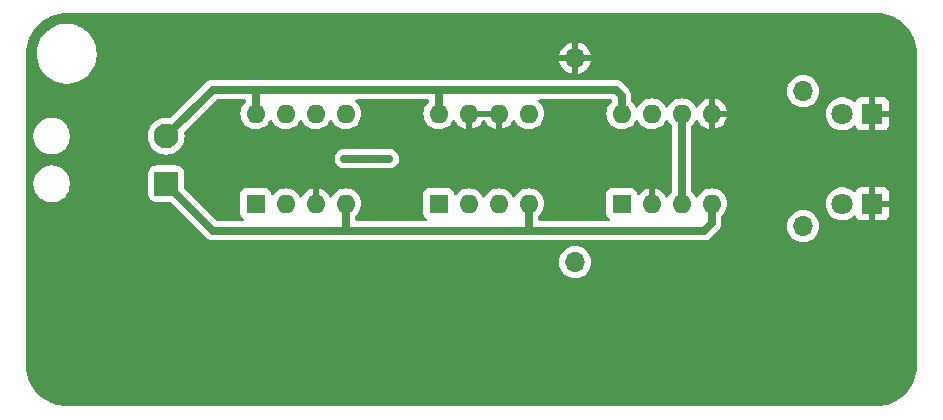
<source format=gbr>
%TF.GenerationSoftware,KiCad,Pcbnew,8.0.1-rc1*%
%TF.CreationDate,2024-07-22T16:01:23-05:00*%
%TF.ProjectId,Waveform_Blinky,57617665-666f-4726-9d5f-426c696e6b79,1.0*%
%TF.SameCoordinates,Original*%
%TF.FileFunction,Copper,L2,Bot*%
%TF.FilePolarity,Positive*%
%FSLAX46Y46*%
G04 Gerber Fmt 4.6, Leading zero omitted, Abs format (unit mm)*
G04 Created by KiCad (PCBNEW 8.0.1-rc1) date 2024-07-22 16:01:23*
%MOMM*%
%LPD*%
G01*
G04 APERTURE LIST*
G04 Aperture macros list*
%AMRoundRect*
0 Rectangle with rounded corners*
0 $1 Rounding radius*
0 $2 $3 $4 $5 $6 $7 $8 $9 X,Y pos of 4 corners*
0 Add a 4 corners polygon primitive as box body*
4,1,4,$2,$3,$4,$5,$6,$7,$8,$9,$2,$3,0*
0 Add four circle primitives for the rounded corners*
1,1,$1+$1,$2,$3*
1,1,$1+$1,$4,$5*
1,1,$1+$1,$6,$7*
1,1,$1+$1,$8,$9*
0 Add four rect primitives between the rounded corners*
20,1,$1+$1,$2,$3,$4,$5,0*
20,1,$1+$1,$4,$5,$6,$7,0*
20,1,$1+$1,$6,$7,$8,$9,0*
20,1,$1+$1,$8,$9,$2,$3,0*%
G04 Aperture macros list end*
%TA.AperFunction,ComponentPad*%
%ADD10RoundRect,0.249900X-0.800100X0.800100X-0.800100X-0.800100X0.800100X-0.800100X0.800100X0.800100X0*%
%TD*%
%TA.AperFunction,ComponentPad*%
%ADD11C,2.100000*%
%TD*%
%TA.AperFunction,ComponentPad*%
%ADD12O,1.700000X1.700000*%
%TD*%
%TA.AperFunction,ComponentPad*%
%ADD13R,1.600000X1.600000*%
%TD*%
%TA.AperFunction,ComponentPad*%
%ADD14O,1.600000X1.600000*%
%TD*%
%TA.AperFunction,ComponentPad*%
%ADD15R,1.800000X1.800000*%
%TD*%
%TA.AperFunction,ComponentPad*%
%ADD16C,1.800000*%
%TD*%
%TA.AperFunction,ViaPad*%
%ADD17C,0.508000*%
%TD*%
%TA.AperFunction,Conductor*%
%ADD18C,0.635000*%
%TD*%
G04 APERTURE END LIST*
D10*
%TO.P,J1,1,Pin_1*%
%TO.N,-4.5V*%
X108748000Y-101183000D03*
D11*
%TO.P,J1,2,Pin_2*%
%TO.N,+4.5V*%
X108748000Y-97147000D03*
%TD*%
D12*
%TO.P,TP3,1,1*%
%TO.N,Net-(U2A--)*%
X143383000Y-107823000D03*
%TD*%
D13*
%TO.P,U1,1*%
%TO.N,Net-(R1-Pad1)*%
X116332000Y-102870000D03*
D14*
%TO.P,U1,2,-*%
%TO.N,Net-(U1A--)*%
X118872000Y-102870000D03*
%TO.P,U1,3,+*%
%TO.N,GND*%
X121412000Y-102870000D03*
%TO.P,U1,4,V-*%
%TO.N,-4.5V*%
X123952000Y-102870000D03*
%TO.P,U1,5,+*%
%TO.N,Net-(U1A--)*%
X123952000Y-95250000D03*
%TO.P,U1,6,-*%
%TO.N,Net-(U1B--)*%
X121412000Y-95250000D03*
%TO.P,U1,7*%
%TO.N,Net-(U2A-+)*%
X118872000Y-95250000D03*
%TO.P,U1,8,V+*%
%TO.N,+4.5V*%
X116332000Y-95250000D03*
%TD*%
D13*
%TO.P,U2,1*%
%TO.N,Net-(U2A--)*%
X131826000Y-102870000D03*
D14*
%TO.P,U2,2,-*%
X134366000Y-102870000D03*
%TO.P,U2,3,+*%
%TO.N,Net-(U2A-+)*%
X136906000Y-102870000D03*
%TO.P,U2,4,V-*%
%TO.N,-4.5V*%
X139446000Y-102870000D03*
%TO.P,U2,5,+*%
%TO.N,Net-(U2B-+)*%
X139446000Y-95250000D03*
%TO.P,U2,6,-*%
%TO.N,GND*%
X136906000Y-95250000D03*
%TO.P,U2,7*%
X134366000Y-95250000D03*
%TO.P,U2,8,V+*%
%TO.N,+4.5V*%
X131826000Y-95250000D03*
%TD*%
D12*
%TO.P,TP4,1,1*%
%TO.N,Net-(R11-Pad1)*%
X162687000Y-93345000D03*
%TD*%
D15*
%TO.P,D2,1,K*%
%TO.N,GND*%
X168534000Y-102870000D03*
D16*
%TO.P,D2,2,A*%
%TO.N,Net-(D2-A)*%
X165994000Y-102870000D03*
%TD*%
D12*
%TO.P,TP2,1,1*%
%TO.N,GND*%
X143383000Y-90551000D03*
%TD*%
D13*
%TO.P,U3,1*%
%TO.N,Net-(R10-Pad1)*%
X147320000Y-102870000D03*
D14*
%TO.P,U3,2,-*%
%TO.N,GND*%
X149860000Y-102870000D03*
%TO.P,U3,3,+*%
%TO.N,Net-(U2A--)*%
X152400000Y-102870000D03*
%TO.P,U3,4,V-*%
%TO.N,-4.5V*%
X154940000Y-102870000D03*
%TO.P,U3,5,+*%
%TO.N,GND*%
X154940000Y-95250000D03*
%TO.P,U3,6,-*%
%TO.N,Net-(U2A--)*%
X152400000Y-95250000D03*
%TO.P,U3,7*%
%TO.N,Net-(R11-Pad1)*%
X149860000Y-95250000D03*
%TO.P,U3,8,V+*%
%TO.N,+4.5V*%
X147320000Y-95250000D03*
%TD*%
D12*
%TO.P,TP5,1,1*%
%TO.N,Net-(R10-Pad1)*%
X162687000Y-104775000D03*
%TD*%
D15*
%TO.P,D1,1,K*%
%TO.N,GND*%
X168534000Y-95250000D03*
D16*
%TO.P,D1,2,A*%
%TO.N,Net-(D1-A)*%
X165994000Y-95250000D03*
%TD*%
D17*
%TO.N,GND*%
X157734000Y-91821000D03*
X127635000Y-110490000D03*
X157607000Y-106299000D03*
X122174000Y-110490000D03*
X117094000Y-90551000D03*
X116967000Y-110490000D03*
%TO.N,+4.5V*%
X143510000Y-93218000D03*
%TO.N,-4.5V*%
X143510000Y-105156000D03*
%TO.N,Net-(U2A-+)*%
X127635000Y-99060000D03*
X123825000Y-99060000D03*
%TD*%
D18*
%TO.N,+4.5V*%
X146812000Y-93218000D02*
X147320000Y-93726000D01*
X116459000Y-93218000D02*
X130937000Y-93218000D01*
X131826000Y-95250000D02*
X131826000Y-93218000D01*
X143510000Y-93218000D02*
X146812000Y-93218000D01*
X108748000Y-97147000D02*
X112677000Y-93218000D01*
X116332000Y-93345000D02*
X116459000Y-93218000D01*
X116332000Y-95250000D02*
X116332000Y-93345000D01*
X112677000Y-93218000D02*
X116459000Y-93218000D01*
X130937000Y-93218000D02*
X143510000Y-93218000D01*
X147320000Y-93726000D02*
X147320000Y-95250000D01*
%TO.N,-4.5V*%
X143510000Y-105156000D02*
X154305000Y-105156000D01*
X108748000Y-101183000D02*
X112721000Y-105156000D01*
X138557000Y-105156000D02*
X143510000Y-105156000D01*
X154305000Y-105156000D02*
X154940000Y-104521000D01*
X123952000Y-105156000D02*
X138557000Y-105156000D01*
X123952000Y-102870000D02*
X123952000Y-105156000D01*
X139446000Y-102870000D02*
X139446000Y-105156000D01*
X154940000Y-104521000D02*
X154940000Y-102870000D01*
X112721000Y-105156000D02*
X123952000Y-105156000D01*
%TO.N,Net-(U2A-+)*%
X123825000Y-99060000D02*
X127635000Y-99060000D01*
%TO.N,Net-(U2A--)*%
X152400000Y-102870000D02*
X152400000Y-95250000D01*
%TD*%
%TA.AperFunction,Conductor*%
%TO.N,GND*%
G36*
X136585920Y-95004394D02*
G01*
X136533259Y-95095606D01*
X136506000Y-95197339D01*
X136506000Y-95302661D01*
X136533259Y-95404394D01*
X136585920Y-95495606D01*
X136590314Y-95500000D01*
X134681686Y-95500000D01*
X134686080Y-95495606D01*
X134738741Y-95404394D01*
X134766000Y-95302661D01*
X134766000Y-95197339D01*
X134738741Y-95095606D01*
X134686080Y-95004394D01*
X134681686Y-95000000D01*
X136590314Y-95000000D01*
X136585920Y-95004394D01*
G37*
%TD.AperFunction*%
%TA.AperFunction,Conductor*%
G36*
X168913030Y-86741648D02*
G01*
X169239972Y-86757710D01*
X169252074Y-86758902D01*
X169572850Y-86806484D01*
X169584760Y-86808853D01*
X169899349Y-86887654D01*
X169910966Y-86891179D01*
X170216292Y-87000426D01*
X170227530Y-87005081D01*
X170337212Y-87056956D01*
X170520682Y-87143730D01*
X170531403Y-87149461D01*
X170620721Y-87202996D01*
X170809542Y-87316171D01*
X170819660Y-87322931D01*
X171080128Y-87516107D01*
X171089534Y-87523827D01*
X171329808Y-87741599D01*
X171338399Y-87750190D01*
X171523277Y-87954171D01*
X171556171Y-87990464D01*
X171563891Y-87999870D01*
X171757067Y-88260338D01*
X171763827Y-88270456D01*
X171930532Y-88548586D01*
X171936269Y-88559318D01*
X172074920Y-88852470D01*
X172079571Y-88863699D01*
X172188816Y-89169018D01*
X172192348Y-89180662D01*
X172271141Y-89495221D01*
X172273515Y-89507156D01*
X172321096Y-89827920D01*
X172322289Y-89840030D01*
X172338349Y-90166925D01*
X172338498Y-90173010D01*
X172338498Y-90234834D01*
X172338500Y-90234859D01*
X172338500Y-116582948D01*
X172338351Y-116589033D01*
X172322289Y-116915969D01*
X172321096Y-116928079D01*
X172273515Y-117248843D01*
X172271141Y-117260778D01*
X172192348Y-117575337D01*
X172188816Y-117586981D01*
X172079577Y-117892285D01*
X172074920Y-117903528D01*
X171936269Y-118196682D01*
X171930532Y-118207414D01*
X171763824Y-118485550D01*
X171757067Y-118495662D01*
X171563890Y-118756129D01*
X171556177Y-118765528D01*
X171338407Y-119005802D01*
X171329802Y-119014407D01*
X171089528Y-119232177D01*
X171080129Y-119239890D01*
X170819662Y-119433067D01*
X170809550Y-119439824D01*
X170531414Y-119606532D01*
X170520682Y-119612269D01*
X170227528Y-119750920D01*
X170216292Y-119755574D01*
X170052701Y-119814108D01*
X169910981Y-119864816D01*
X169899337Y-119868348D01*
X169584778Y-119947141D01*
X169572843Y-119949515D01*
X169252079Y-119997096D01*
X169239969Y-119998289D01*
X168931241Y-120013456D01*
X168913032Y-120014351D01*
X168906949Y-120014500D01*
X100333051Y-120014500D01*
X100326967Y-120014351D01*
X100307687Y-120013403D01*
X100000030Y-119998289D01*
X99987920Y-119997096D01*
X99667156Y-119949515D01*
X99655221Y-119947141D01*
X99340662Y-119868348D01*
X99329018Y-119864816D01*
X99023700Y-119755571D01*
X99012471Y-119750920D01*
X98719317Y-119612269D01*
X98708590Y-119606534D01*
X98430448Y-119439823D01*
X98420346Y-119433074D01*
X98159860Y-119239883D01*
X98150471Y-119232177D01*
X97910189Y-119014399D01*
X97901600Y-119005810D01*
X97683817Y-118765522D01*
X97676118Y-118756142D01*
X97482922Y-118495648D01*
X97476175Y-118485550D01*
X97353479Y-118280843D01*
X97309460Y-118207402D01*
X97303736Y-118196694D01*
X97165076Y-117903521D01*
X97160432Y-117892309D01*
X97051178Y-117586966D01*
X97047651Y-117575337D01*
X97040471Y-117546671D01*
X96968855Y-117260765D01*
X96966484Y-117248843D01*
X96918903Y-116928079D01*
X96917710Y-116915968D01*
X96901649Y-116589032D01*
X96901500Y-116582948D01*
X96901500Y-107823000D01*
X142027341Y-107823000D01*
X142047936Y-108058403D01*
X142047938Y-108058413D01*
X142109094Y-108286655D01*
X142109096Y-108286659D01*
X142109097Y-108286663D01*
X142208965Y-108500830D01*
X142208967Y-108500834D01*
X142317281Y-108655521D01*
X142344505Y-108694401D01*
X142511599Y-108861495D01*
X142608384Y-108929265D01*
X142705165Y-108997032D01*
X142705167Y-108997033D01*
X142705170Y-108997035D01*
X142919337Y-109096903D01*
X143147592Y-109158063D01*
X143335918Y-109174539D01*
X143382999Y-109178659D01*
X143383000Y-109178659D01*
X143383001Y-109178659D01*
X143422234Y-109175226D01*
X143618408Y-109158063D01*
X143846663Y-109096903D01*
X144060830Y-108997035D01*
X144254401Y-108861495D01*
X144421495Y-108694401D01*
X144557035Y-108500830D01*
X144656903Y-108286663D01*
X144718063Y-108058408D01*
X144738659Y-107823000D01*
X144718063Y-107587592D01*
X144656903Y-107359337D01*
X144557035Y-107145171D01*
X144421495Y-106951599D01*
X144421494Y-106951597D01*
X144254402Y-106784506D01*
X144254395Y-106784501D01*
X144060834Y-106648967D01*
X144060830Y-106648965D01*
X144060828Y-106648964D01*
X143846663Y-106549097D01*
X143846659Y-106549096D01*
X143846655Y-106549094D01*
X143618413Y-106487938D01*
X143618403Y-106487936D01*
X143383001Y-106467341D01*
X143382999Y-106467341D01*
X143147596Y-106487936D01*
X143147586Y-106487938D01*
X142919344Y-106549094D01*
X142919335Y-106549098D01*
X142705171Y-106648964D01*
X142705169Y-106648965D01*
X142511597Y-106784505D01*
X142344505Y-106951597D01*
X142208965Y-107145169D01*
X142208964Y-107145171D01*
X142109098Y-107359335D01*
X142109094Y-107359344D01*
X142047938Y-107587586D01*
X142047936Y-107587596D01*
X142027341Y-107822999D01*
X142027341Y-107823000D01*
X96901500Y-107823000D01*
X96901500Y-101305026D01*
X97497500Y-101305026D01*
X97524643Y-101476403D01*
X97535679Y-101546076D01*
X97611096Y-101778185D01*
X97665658Y-101885270D01*
X97721896Y-101995642D01*
X97865339Y-102193076D01*
X97865343Y-102193081D01*
X98037918Y-102365656D01*
X98037923Y-102365660D01*
X98181536Y-102470000D01*
X98235361Y-102509106D01*
X98452815Y-102619904D01*
X98684924Y-102695321D01*
X98925973Y-102733500D01*
X98925974Y-102733500D01*
X99170026Y-102733500D01*
X99170027Y-102733500D01*
X99411076Y-102695321D01*
X99643185Y-102619904D01*
X99860639Y-102509106D01*
X100058083Y-102365655D01*
X100230655Y-102193083D01*
X100374106Y-101995639D01*
X100484904Y-101778185D01*
X100560321Y-101546076D01*
X100598500Y-101305027D01*
X100598500Y-101060973D01*
X100560321Y-100819924D01*
X100484904Y-100587815D01*
X100374106Y-100370361D01*
X100346883Y-100332891D01*
X100230660Y-100172923D01*
X100230656Y-100172918D01*
X100058081Y-100000343D01*
X100058076Y-100000339D01*
X99860642Y-99856896D01*
X99860641Y-99856895D01*
X99860639Y-99856894D01*
X99643185Y-99746096D01*
X99411076Y-99670679D01*
X99411074Y-99670678D01*
X99411072Y-99670678D01*
X99236314Y-99642999D01*
X99170027Y-99632500D01*
X98925973Y-99632500D01*
X98870093Y-99641350D01*
X98684927Y-99670678D01*
X98452812Y-99746097D01*
X98235357Y-99856896D01*
X98037923Y-100000339D01*
X98037918Y-100000343D01*
X97865343Y-100172918D01*
X97865339Y-100172923D01*
X97721896Y-100370357D01*
X97611097Y-100587812D01*
X97535678Y-100819927D01*
X97497500Y-101060973D01*
X97497500Y-101305026D01*
X96901500Y-101305026D01*
X96901500Y-99140570D01*
X123007000Y-99140570D01*
X123038433Y-99298594D01*
X123038435Y-99298602D01*
X123100096Y-99447466D01*
X123189619Y-99581447D01*
X123303552Y-99695380D01*
X123437533Y-99784903D01*
X123511965Y-99815733D01*
X123586398Y-99846565D01*
X123744429Y-99877999D01*
X123744433Y-99878000D01*
X123744434Y-99878000D01*
X127715567Y-99878000D01*
X127715568Y-99877999D01*
X127873602Y-99846565D01*
X128000666Y-99793932D01*
X128022466Y-99784903D01*
X128022466Y-99784902D01*
X128022468Y-99784902D01*
X128156445Y-99695382D01*
X128270382Y-99581445D01*
X128359902Y-99447468D01*
X128421565Y-99298602D01*
X128453000Y-99140566D01*
X128453000Y-98979434D01*
X128421565Y-98821398D01*
X128372230Y-98702293D01*
X128359903Y-98672533D01*
X128270380Y-98538552D01*
X128156447Y-98424619D01*
X128022466Y-98335096D01*
X127873602Y-98273435D01*
X127873594Y-98273433D01*
X127715570Y-98242000D01*
X127715566Y-98242000D01*
X123744434Y-98242000D01*
X123744429Y-98242000D01*
X123586405Y-98273433D01*
X123586397Y-98273435D01*
X123437533Y-98335096D01*
X123303552Y-98424619D01*
X123189619Y-98538552D01*
X123100096Y-98672533D01*
X123038435Y-98821397D01*
X123038433Y-98821405D01*
X123007000Y-98979429D01*
X123007000Y-99140570D01*
X96901500Y-99140570D01*
X96901500Y-97269026D01*
X97497500Y-97269026D01*
X97535678Y-97510072D01*
X97611097Y-97742187D01*
X97721896Y-97959642D01*
X97865339Y-98157076D01*
X97865343Y-98157081D01*
X98037918Y-98329656D01*
X98037923Y-98329660D01*
X98141977Y-98405259D01*
X98235361Y-98473106D01*
X98452815Y-98583904D01*
X98684924Y-98659321D01*
X98925973Y-98697500D01*
X98925974Y-98697500D01*
X99170026Y-98697500D01*
X99170027Y-98697500D01*
X99411076Y-98659321D01*
X99643185Y-98583904D01*
X99860639Y-98473106D01*
X100058083Y-98329655D01*
X100230655Y-98157083D01*
X100374106Y-97959639D01*
X100484904Y-97742185D01*
X100560321Y-97510076D01*
X100598500Y-97269027D01*
X100598500Y-97147000D01*
X107192706Y-97147000D01*
X107211853Y-97390297D01*
X107268830Y-97627619D01*
X107362222Y-97853089D01*
X107489737Y-98061173D01*
X107489738Y-98061176D01*
X107489741Y-98061179D01*
X107648241Y-98246759D01*
X107745300Y-98329655D01*
X107833823Y-98405261D01*
X107833826Y-98405262D01*
X108041910Y-98532777D01*
X108267381Y-98626169D01*
X108267378Y-98626169D01*
X108267384Y-98626170D01*
X108267388Y-98626172D01*
X108504698Y-98683146D01*
X108748000Y-98702294D01*
X108991302Y-98683146D01*
X109228612Y-98626172D01*
X109454089Y-98532777D01*
X109662179Y-98405259D01*
X109847759Y-98246759D01*
X110006259Y-98061179D01*
X110133777Y-97853089D01*
X110227172Y-97627612D01*
X110284146Y-97390302D01*
X110303294Y-97147000D01*
X110284146Y-96903698D01*
X110274024Y-96861538D01*
X110277513Y-96791757D01*
X110306914Y-96744911D01*
X112979508Y-94072319D01*
X113040831Y-94038834D01*
X113067189Y-94036000D01*
X115390000Y-94036000D01*
X115457039Y-94055685D01*
X115502794Y-94108489D01*
X115514000Y-94160000D01*
X115514000Y-94177451D01*
X115494315Y-94244490D01*
X115477681Y-94265132D01*
X115331954Y-94410858D01*
X115201432Y-94597265D01*
X115201431Y-94597267D01*
X115105261Y-94803502D01*
X115105258Y-94803511D01*
X115046366Y-95023302D01*
X115046364Y-95023313D01*
X115026532Y-95249998D01*
X115026532Y-95250001D01*
X115046364Y-95476686D01*
X115046366Y-95476697D01*
X115105258Y-95696488D01*
X115105261Y-95696497D01*
X115201431Y-95902732D01*
X115201432Y-95902734D01*
X115331954Y-96089141D01*
X115492858Y-96250045D01*
X115492861Y-96250047D01*
X115679266Y-96380568D01*
X115885504Y-96476739D01*
X116105308Y-96535635D01*
X116267230Y-96549801D01*
X116331998Y-96555468D01*
X116332000Y-96555468D01*
X116332002Y-96555468D01*
X116388673Y-96550509D01*
X116558692Y-96535635D01*
X116778496Y-96476739D01*
X116984734Y-96380568D01*
X117171139Y-96250047D01*
X117332047Y-96089139D01*
X117462568Y-95902734D01*
X117489618Y-95844724D01*
X117535790Y-95792285D01*
X117602983Y-95773133D01*
X117669865Y-95793348D01*
X117714382Y-95844725D01*
X117741429Y-95902728D01*
X117741432Y-95902734D01*
X117871954Y-96089141D01*
X118032858Y-96250045D01*
X118032861Y-96250047D01*
X118219266Y-96380568D01*
X118425504Y-96476739D01*
X118645308Y-96535635D01*
X118807230Y-96549801D01*
X118871998Y-96555468D01*
X118872000Y-96555468D01*
X118872002Y-96555468D01*
X118928673Y-96550509D01*
X119098692Y-96535635D01*
X119318496Y-96476739D01*
X119524734Y-96380568D01*
X119711139Y-96250047D01*
X119872047Y-96089139D01*
X120002568Y-95902734D01*
X120029618Y-95844724D01*
X120075790Y-95792285D01*
X120142983Y-95773133D01*
X120209865Y-95793348D01*
X120254382Y-95844725D01*
X120281429Y-95902728D01*
X120281432Y-95902734D01*
X120411954Y-96089141D01*
X120572858Y-96250045D01*
X120572861Y-96250047D01*
X120759266Y-96380568D01*
X120965504Y-96476739D01*
X121185308Y-96535635D01*
X121347230Y-96549801D01*
X121411998Y-96555468D01*
X121412000Y-96555468D01*
X121412002Y-96555468D01*
X121468673Y-96550509D01*
X121638692Y-96535635D01*
X121858496Y-96476739D01*
X122064734Y-96380568D01*
X122251139Y-96250047D01*
X122412047Y-96089139D01*
X122542568Y-95902734D01*
X122569618Y-95844724D01*
X122615790Y-95792285D01*
X122682983Y-95773133D01*
X122749865Y-95793348D01*
X122794382Y-95844725D01*
X122821429Y-95902728D01*
X122821432Y-95902734D01*
X122951954Y-96089141D01*
X123112858Y-96250045D01*
X123112861Y-96250047D01*
X123299266Y-96380568D01*
X123505504Y-96476739D01*
X123725308Y-96535635D01*
X123887230Y-96549801D01*
X123951998Y-96555468D01*
X123952000Y-96555468D01*
X123952002Y-96555468D01*
X124008673Y-96550509D01*
X124178692Y-96535635D01*
X124398496Y-96476739D01*
X124604734Y-96380568D01*
X124791139Y-96250047D01*
X124952047Y-96089139D01*
X125082568Y-95902734D01*
X125178739Y-95696496D01*
X125237635Y-95476692D01*
X125254634Y-95282384D01*
X125257468Y-95250001D01*
X125257468Y-95249998D01*
X125243960Y-95095606D01*
X125237635Y-95023308D01*
X125178739Y-94803504D01*
X125082568Y-94597266D01*
X124952047Y-94410861D01*
X124952045Y-94410858D01*
X124788868Y-94247681D01*
X124755383Y-94186358D01*
X124760367Y-94116666D01*
X124802239Y-94060733D01*
X124867703Y-94036316D01*
X124876549Y-94036000D01*
X130856434Y-94036000D01*
X130884000Y-94036000D01*
X130951039Y-94055685D01*
X130996794Y-94108489D01*
X131008000Y-94160000D01*
X131008000Y-94177451D01*
X130988315Y-94244490D01*
X130971681Y-94265132D01*
X130825954Y-94410858D01*
X130695432Y-94597265D01*
X130695431Y-94597267D01*
X130599261Y-94803502D01*
X130599258Y-94803511D01*
X130540366Y-95023302D01*
X130540364Y-95023313D01*
X130520532Y-95249998D01*
X130520532Y-95250001D01*
X130540364Y-95476686D01*
X130540366Y-95476697D01*
X130599258Y-95696488D01*
X130599261Y-95696497D01*
X130695431Y-95902732D01*
X130695432Y-95902734D01*
X130825954Y-96089141D01*
X130986858Y-96250045D01*
X130986861Y-96250047D01*
X131173266Y-96380568D01*
X131379504Y-96476739D01*
X131599308Y-96535635D01*
X131761230Y-96549801D01*
X131825998Y-96555468D01*
X131826000Y-96555468D01*
X131826002Y-96555468D01*
X131882673Y-96550509D01*
X132052692Y-96535635D01*
X132272496Y-96476739D01*
X132478734Y-96380568D01*
X132665139Y-96250047D01*
X132826047Y-96089139D01*
X132956568Y-95902734D01*
X132983895Y-95844129D01*
X133030064Y-95791695D01*
X133097257Y-95772542D01*
X133164139Y-95792757D01*
X133208657Y-95844133D01*
X133235865Y-95902482D01*
X133366342Y-96088820D01*
X133527179Y-96249657D01*
X133713517Y-96380134D01*
X133919673Y-96476265D01*
X133919682Y-96476269D01*
X134115999Y-96528872D01*
X134116000Y-96528871D01*
X134116000Y-95565686D01*
X134120394Y-95570080D01*
X134211606Y-95622741D01*
X134313339Y-95650000D01*
X134418661Y-95650000D01*
X134520394Y-95622741D01*
X134611606Y-95570080D01*
X134616000Y-95565686D01*
X134616000Y-96528872D01*
X134812317Y-96476269D01*
X134812326Y-96476265D01*
X135018482Y-96380134D01*
X135204820Y-96249657D01*
X135365657Y-96088820D01*
X135496134Y-95902481D01*
X135496135Y-95902479D01*
X135523618Y-95843543D01*
X135569790Y-95791103D01*
X135636983Y-95771951D01*
X135703864Y-95792166D01*
X135748382Y-95843543D01*
X135775864Y-95902479D01*
X135775865Y-95902481D01*
X135906342Y-96088820D01*
X136067179Y-96249657D01*
X136253517Y-96380134D01*
X136459673Y-96476265D01*
X136459682Y-96476269D01*
X136655999Y-96528872D01*
X136656000Y-96528871D01*
X136656000Y-95565686D01*
X136660394Y-95570080D01*
X136751606Y-95622741D01*
X136853339Y-95650000D01*
X136958661Y-95650000D01*
X137060394Y-95622741D01*
X137151606Y-95570080D01*
X137156000Y-95565686D01*
X137156000Y-96528872D01*
X137352317Y-96476269D01*
X137352326Y-96476265D01*
X137558482Y-96380134D01*
X137744820Y-96249657D01*
X137905657Y-96088820D01*
X138036132Y-95902484D01*
X138063341Y-95844134D01*
X138109513Y-95791695D01*
X138176707Y-95772542D01*
X138243588Y-95792757D01*
X138288106Y-95844133D01*
X138315431Y-95902732D01*
X138315432Y-95902734D01*
X138445954Y-96089141D01*
X138606858Y-96250045D01*
X138606861Y-96250047D01*
X138793266Y-96380568D01*
X138999504Y-96476739D01*
X139219308Y-96535635D01*
X139381230Y-96549801D01*
X139445998Y-96555468D01*
X139446000Y-96555468D01*
X139446002Y-96555468D01*
X139502673Y-96550509D01*
X139672692Y-96535635D01*
X139892496Y-96476739D01*
X140098734Y-96380568D01*
X140285139Y-96250047D01*
X140446047Y-96089139D01*
X140576568Y-95902734D01*
X140672739Y-95696496D01*
X140731635Y-95476692D01*
X140748634Y-95282384D01*
X140751468Y-95250001D01*
X140751468Y-95249998D01*
X140737960Y-95095606D01*
X140731635Y-95023308D01*
X140672739Y-94803504D01*
X140576568Y-94597266D01*
X140446047Y-94410861D01*
X140446045Y-94410858D01*
X140282868Y-94247681D01*
X140249383Y-94186358D01*
X140254367Y-94116666D01*
X140296239Y-94060733D01*
X140361703Y-94036316D01*
X140370549Y-94036000D01*
X143429434Y-94036000D01*
X146378000Y-94036000D01*
X146445039Y-94055685D01*
X146490794Y-94108489D01*
X146502000Y-94160000D01*
X146502000Y-94177451D01*
X146482315Y-94244490D01*
X146465681Y-94265132D01*
X146319954Y-94410858D01*
X146189432Y-94597265D01*
X146189431Y-94597267D01*
X146093261Y-94803502D01*
X146093258Y-94803511D01*
X146034366Y-95023302D01*
X146034364Y-95023313D01*
X146014532Y-95249998D01*
X146014532Y-95250001D01*
X146034364Y-95476686D01*
X146034366Y-95476697D01*
X146093258Y-95696488D01*
X146093261Y-95696497D01*
X146189431Y-95902732D01*
X146189432Y-95902734D01*
X146319954Y-96089141D01*
X146480858Y-96250045D01*
X146480861Y-96250047D01*
X146667266Y-96380568D01*
X146873504Y-96476739D01*
X147093308Y-96535635D01*
X147255230Y-96549801D01*
X147319998Y-96555468D01*
X147320000Y-96555468D01*
X147320002Y-96555468D01*
X147376673Y-96550509D01*
X147546692Y-96535635D01*
X147766496Y-96476739D01*
X147972734Y-96380568D01*
X148159139Y-96250047D01*
X148320047Y-96089139D01*
X148450568Y-95902734D01*
X148477618Y-95844724D01*
X148523790Y-95792285D01*
X148590983Y-95773133D01*
X148657865Y-95793348D01*
X148702382Y-95844725D01*
X148729429Y-95902728D01*
X148729432Y-95902734D01*
X148859954Y-96089141D01*
X149020858Y-96250045D01*
X149020861Y-96250047D01*
X149207266Y-96380568D01*
X149413504Y-96476739D01*
X149633308Y-96535635D01*
X149795230Y-96549801D01*
X149859998Y-96555468D01*
X149860000Y-96555468D01*
X149860002Y-96555468D01*
X149916673Y-96550509D01*
X150086692Y-96535635D01*
X150306496Y-96476739D01*
X150512734Y-96380568D01*
X150699139Y-96250047D01*
X150860047Y-96089139D01*
X150990568Y-95902734D01*
X151017618Y-95844724D01*
X151063790Y-95792285D01*
X151130983Y-95773133D01*
X151197865Y-95793348D01*
X151242382Y-95844725D01*
X151269429Y-95902728D01*
X151269432Y-95902734D01*
X151399954Y-96089141D01*
X151545681Y-96234868D01*
X151579166Y-96296191D01*
X151582000Y-96322549D01*
X151582000Y-101797451D01*
X151562315Y-101864490D01*
X151545681Y-101885132D01*
X151399954Y-102030858D01*
X151269433Y-102217264D01*
X151269432Y-102217266D01*
X151269315Y-102217518D01*
X151242106Y-102275867D01*
X151195933Y-102328306D01*
X151128739Y-102347457D01*
X151061858Y-102327241D01*
X151017342Y-102275865D01*
X150990135Y-102217520D01*
X150990134Y-102217518D01*
X150859657Y-102031179D01*
X150698820Y-101870342D01*
X150512482Y-101739865D01*
X150306328Y-101643734D01*
X150110000Y-101591127D01*
X150110000Y-102554314D01*
X150105606Y-102549920D01*
X150014394Y-102497259D01*
X149912661Y-102470000D01*
X149807339Y-102470000D01*
X149705606Y-102497259D01*
X149614394Y-102549920D01*
X149610000Y-102554314D01*
X149610000Y-101591127D01*
X149413671Y-101643734D01*
X149207517Y-101739865D01*
X149021179Y-101870342D01*
X148860339Y-102031182D01*
X148842806Y-102056222D01*
X148788229Y-102099845D01*
X148718730Y-102107037D01*
X148656376Y-102075513D01*
X148620963Y-102015283D01*
X148617943Y-101998349D01*
X148614091Y-101962516D01*
X148563797Y-101827671D01*
X148563793Y-101827664D01*
X148477547Y-101712455D01*
X148477544Y-101712452D01*
X148362335Y-101626206D01*
X148362328Y-101626202D01*
X148227482Y-101575908D01*
X148227483Y-101575908D01*
X148167883Y-101569501D01*
X148167881Y-101569500D01*
X148167873Y-101569500D01*
X148167864Y-101569500D01*
X146472129Y-101569500D01*
X146472123Y-101569501D01*
X146412516Y-101575908D01*
X146277671Y-101626202D01*
X146277664Y-101626206D01*
X146162455Y-101712452D01*
X146162452Y-101712455D01*
X146076206Y-101827664D01*
X146076202Y-101827671D01*
X146025908Y-101962517D01*
X146019501Y-102022116D01*
X146019500Y-102022135D01*
X146019500Y-103717870D01*
X146019501Y-103717876D01*
X146025908Y-103777483D01*
X146076202Y-103912328D01*
X146076206Y-103912335D01*
X146162452Y-104027544D01*
X146162455Y-104027547D01*
X146278921Y-104114734D01*
X146320792Y-104170667D01*
X146325776Y-104240359D01*
X146292290Y-104301682D01*
X146230967Y-104335166D01*
X146204610Y-104338000D01*
X140388000Y-104338000D01*
X140320961Y-104318315D01*
X140275206Y-104265511D01*
X140264000Y-104214000D01*
X140264000Y-103942549D01*
X140283685Y-103875510D01*
X140300319Y-103854868D01*
X140446045Y-103709141D01*
X140446047Y-103709139D01*
X140576568Y-103522734D01*
X140672739Y-103316496D01*
X140731635Y-103096692D01*
X140748634Y-102902384D01*
X140751468Y-102870001D01*
X140751468Y-102869998D01*
X140737960Y-102715606D01*
X140731635Y-102643308D01*
X140672739Y-102423504D01*
X140576568Y-102217266D01*
X140447613Y-102033098D01*
X140446045Y-102030858D01*
X140285141Y-101869954D01*
X140098734Y-101739432D01*
X140098732Y-101739431D01*
X139892497Y-101643261D01*
X139892488Y-101643258D01*
X139672697Y-101584366D01*
X139672693Y-101584365D01*
X139672692Y-101584365D01*
X139672691Y-101584364D01*
X139672686Y-101584364D01*
X139446002Y-101564532D01*
X139445998Y-101564532D01*
X139219313Y-101584364D01*
X139219302Y-101584366D01*
X138999511Y-101643258D01*
X138999502Y-101643261D01*
X138793267Y-101739431D01*
X138793265Y-101739432D01*
X138606858Y-101869954D01*
X138445954Y-102030858D01*
X138315432Y-102217265D01*
X138315431Y-102217267D01*
X138288382Y-102275275D01*
X138242209Y-102327714D01*
X138175016Y-102346866D01*
X138108135Y-102326650D01*
X138063618Y-102275275D01*
X138036686Y-102217520D01*
X138036568Y-102217266D01*
X137907613Y-102033098D01*
X137906045Y-102030858D01*
X137745141Y-101869954D01*
X137558734Y-101739432D01*
X137558732Y-101739431D01*
X137352497Y-101643261D01*
X137352488Y-101643258D01*
X137132697Y-101584366D01*
X137132693Y-101584365D01*
X137132692Y-101584365D01*
X137132691Y-101584364D01*
X137132686Y-101584364D01*
X136906002Y-101564532D01*
X136905998Y-101564532D01*
X136679313Y-101584364D01*
X136679302Y-101584366D01*
X136459511Y-101643258D01*
X136459502Y-101643261D01*
X136253267Y-101739431D01*
X136253265Y-101739432D01*
X136066858Y-101869954D01*
X135905954Y-102030858D01*
X135775432Y-102217265D01*
X135775431Y-102217267D01*
X135748382Y-102275275D01*
X135702209Y-102327714D01*
X135635016Y-102346866D01*
X135568135Y-102326650D01*
X135523618Y-102275275D01*
X135496686Y-102217520D01*
X135496568Y-102217266D01*
X135367613Y-102033098D01*
X135366045Y-102030858D01*
X135205141Y-101869954D01*
X135018734Y-101739432D01*
X135018732Y-101739431D01*
X134812497Y-101643261D01*
X134812488Y-101643258D01*
X134592697Y-101584366D01*
X134592693Y-101584365D01*
X134592692Y-101584365D01*
X134592691Y-101584364D01*
X134592686Y-101584364D01*
X134366002Y-101564532D01*
X134365998Y-101564532D01*
X134139313Y-101584364D01*
X134139302Y-101584366D01*
X133919511Y-101643258D01*
X133919502Y-101643261D01*
X133713267Y-101739431D01*
X133713265Y-101739432D01*
X133526858Y-101869954D01*
X133365954Y-102030858D01*
X133348725Y-102055464D01*
X133294147Y-102099088D01*
X133224648Y-102106280D01*
X133162294Y-102074757D01*
X133126882Y-102014526D01*
X133123861Y-101997591D01*
X133123651Y-101995639D01*
X133120091Y-101962517D01*
X133105043Y-101922172D01*
X133069797Y-101827671D01*
X133069793Y-101827664D01*
X132983547Y-101712455D01*
X132983544Y-101712452D01*
X132868335Y-101626206D01*
X132868328Y-101626202D01*
X132733482Y-101575908D01*
X132733483Y-101575908D01*
X132673883Y-101569501D01*
X132673881Y-101569500D01*
X132673873Y-101569500D01*
X132673864Y-101569500D01*
X130978129Y-101569500D01*
X130978123Y-101569501D01*
X130918516Y-101575908D01*
X130783671Y-101626202D01*
X130783664Y-101626206D01*
X130668455Y-101712452D01*
X130668452Y-101712455D01*
X130582206Y-101827664D01*
X130582202Y-101827671D01*
X130531908Y-101962517D01*
X130525501Y-102022116D01*
X130525500Y-102022135D01*
X130525500Y-103717870D01*
X130525501Y-103717876D01*
X130531908Y-103777483D01*
X130582202Y-103912328D01*
X130582206Y-103912335D01*
X130668452Y-104027544D01*
X130668455Y-104027547D01*
X130784921Y-104114734D01*
X130826792Y-104170667D01*
X130831776Y-104240359D01*
X130798290Y-104301682D01*
X130736967Y-104335166D01*
X130710610Y-104338000D01*
X124894000Y-104338000D01*
X124826961Y-104318315D01*
X124781206Y-104265511D01*
X124770000Y-104214000D01*
X124770000Y-103942549D01*
X124789685Y-103875510D01*
X124806319Y-103854868D01*
X124952045Y-103709141D01*
X124952047Y-103709139D01*
X125082568Y-103522734D01*
X125178739Y-103316496D01*
X125237635Y-103096692D01*
X125254634Y-102902384D01*
X125257468Y-102870001D01*
X125257468Y-102869998D01*
X125243960Y-102715606D01*
X125237635Y-102643308D01*
X125178739Y-102423504D01*
X125082568Y-102217266D01*
X124953613Y-102033098D01*
X124952045Y-102030858D01*
X124791141Y-101869954D01*
X124604734Y-101739432D01*
X124604732Y-101739431D01*
X124398497Y-101643261D01*
X124398488Y-101643258D01*
X124178697Y-101584366D01*
X124178693Y-101584365D01*
X124178692Y-101584365D01*
X124178691Y-101584364D01*
X124178686Y-101584364D01*
X123952002Y-101564532D01*
X123951998Y-101564532D01*
X123725313Y-101584364D01*
X123725302Y-101584366D01*
X123505511Y-101643258D01*
X123505502Y-101643261D01*
X123299267Y-101739431D01*
X123299265Y-101739432D01*
X123112858Y-101869954D01*
X122951954Y-102030858D01*
X122821433Y-102217264D01*
X122821432Y-102217266D01*
X122821315Y-102217518D01*
X122794106Y-102275867D01*
X122747933Y-102328306D01*
X122680739Y-102347457D01*
X122613858Y-102327241D01*
X122569342Y-102275865D01*
X122542135Y-102217520D01*
X122542134Y-102217518D01*
X122411657Y-102031179D01*
X122250820Y-101870342D01*
X122064482Y-101739865D01*
X121858328Y-101643734D01*
X121662000Y-101591127D01*
X121662000Y-102554314D01*
X121657606Y-102549920D01*
X121566394Y-102497259D01*
X121464661Y-102470000D01*
X121359339Y-102470000D01*
X121257606Y-102497259D01*
X121166394Y-102549920D01*
X121162000Y-102554314D01*
X121162000Y-101591127D01*
X120965671Y-101643734D01*
X120759517Y-101739865D01*
X120573179Y-101870342D01*
X120412342Y-102031179D01*
X120281867Y-102217515D01*
X120254657Y-102275867D01*
X120208484Y-102328306D01*
X120141290Y-102347457D01*
X120074409Y-102327241D01*
X120029893Y-102275865D01*
X120002685Y-102217518D01*
X120002568Y-102217266D01*
X119873613Y-102033098D01*
X119872045Y-102030858D01*
X119711141Y-101869954D01*
X119524734Y-101739432D01*
X119524732Y-101739431D01*
X119318497Y-101643261D01*
X119318488Y-101643258D01*
X119098697Y-101584366D01*
X119098693Y-101584365D01*
X119098692Y-101584365D01*
X119098691Y-101584364D01*
X119098686Y-101584364D01*
X118872002Y-101564532D01*
X118871998Y-101564532D01*
X118645313Y-101584364D01*
X118645302Y-101584366D01*
X118425511Y-101643258D01*
X118425502Y-101643261D01*
X118219267Y-101739431D01*
X118219265Y-101739432D01*
X118032858Y-101869954D01*
X117871954Y-102030858D01*
X117854725Y-102055464D01*
X117800147Y-102099088D01*
X117730648Y-102106280D01*
X117668294Y-102074757D01*
X117632882Y-102014526D01*
X117629861Y-101997591D01*
X117629651Y-101995639D01*
X117626091Y-101962517D01*
X117611043Y-101922172D01*
X117575797Y-101827671D01*
X117575793Y-101827664D01*
X117489547Y-101712455D01*
X117489544Y-101712452D01*
X117374335Y-101626206D01*
X117374328Y-101626202D01*
X117239482Y-101575908D01*
X117239483Y-101575908D01*
X117179883Y-101569501D01*
X117179881Y-101569500D01*
X117179873Y-101569500D01*
X117179864Y-101569500D01*
X115484129Y-101569500D01*
X115484123Y-101569501D01*
X115424516Y-101575908D01*
X115289671Y-101626202D01*
X115289664Y-101626206D01*
X115174455Y-101712452D01*
X115174452Y-101712455D01*
X115088206Y-101827664D01*
X115088202Y-101827671D01*
X115037908Y-101962517D01*
X115031501Y-102022116D01*
X115031500Y-102022135D01*
X115031500Y-103717870D01*
X115031501Y-103717876D01*
X115037908Y-103777483D01*
X115088202Y-103912328D01*
X115088206Y-103912335D01*
X115174452Y-104027544D01*
X115174455Y-104027547D01*
X115290921Y-104114734D01*
X115332792Y-104170667D01*
X115337776Y-104240359D01*
X115304290Y-104301682D01*
X115242967Y-104335166D01*
X115216610Y-104338000D01*
X113111189Y-104338000D01*
X113044150Y-104318315D01*
X113023508Y-104301681D01*
X110334818Y-101612991D01*
X110301333Y-101551668D01*
X110298499Y-101525310D01*
X110298499Y-100332908D01*
X110298498Y-100332891D01*
X110288000Y-100230123D01*
X110287999Y-100230120D01*
X110269044Y-100172917D01*
X110232823Y-100063609D01*
X110232819Y-100063603D01*
X110232818Y-100063600D01*
X110140734Y-99914310D01*
X110140731Y-99914306D01*
X110016693Y-99790268D01*
X110016689Y-99790265D01*
X109867399Y-99698181D01*
X109867393Y-99698178D01*
X109867391Y-99698177D01*
X109858950Y-99695380D01*
X109700878Y-99643000D01*
X109598100Y-99632500D01*
X107897908Y-99632500D01*
X107897891Y-99632501D01*
X107795123Y-99642999D01*
X107795120Y-99643000D01*
X107628611Y-99698176D01*
X107628600Y-99698181D01*
X107479310Y-99790265D01*
X107479306Y-99790268D01*
X107355268Y-99914306D01*
X107355265Y-99914310D01*
X107263181Y-100063600D01*
X107263176Y-100063611D01*
X107208000Y-100230121D01*
X107197500Y-100332893D01*
X107197500Y-102033091D01*
X107197501Y-102033108D01*
X107207999Y-102135876D01*
X107208000Y-102135879D01*
X107263176Y-102302388D01*
X107263181Y-102302399D01*
X107355265Y-102451689D01*
X107355268Y-102451693D01*
X107479306Y-102575731D01*
X107479310Y-102575734D01*
X107628600Y-102667818D01*
X107628603Y-102667819D01*
X107628609Y-102667823D01*
X107795123Y-102723000D01*
X107897901Y-102733500D01*
X109090310Y-102733499D01*
X109157349Y-102753184D01*
X109177991Y-102769818D01*
X112199551Y-105791379D01*
X112199554Y-105791382D01*
X112333525Y-105880898D01*
X112333531Y-105880902D01*
X112354211Y-105889468D01*
X112377124Y-105898959D01*
X112377129Y-105898960D01*
X112377133Y-105898962D01*
X112482398Y-105942565D01*
X112640429Y-105973999D01*
X112640433Y-105974000D01*
X112640434Y-105974000D01*
X154385567Y-105974000D01*
X154385568Y-105973999D01*
X154543602Y-105942565D01*
X154618035Y-105911733D01*
X154692468Y-105880903D01*
X154826445Y-105791382D01*
X155461442Y-105156383D01*
X155461445Y-105156382D01*
X155575382Y-105042445D01*
X155612398Y-104987046D01*
X155664903Y-104908468D01*
X155720187Y-104775000D01*
X161331341Y-104775000D01*
X161351936Y-105010403D01*
X161351938Y-105010413D01*
X161413094Y-105238655D01*
X161413096Y-105238659D01*
X161413097Y-105238663D01*
X161512965Y-105452830D01*
X161512967Y-105452834D01*
X161621281Y-105607521D01*
X161648505Y-105646401D01*
X161815599Y-105813495D01*
X161911860Y-105880898D01*
X162009165Y-105949032D01*
X162009167Y-105949033D01*
X162009170Y-105949035D01*
X162223337Y-106048903D01*
X162451592Y-106110063D01*
X162639918Y-106126539D01*
X162686999Y-106130659D01*
X162687000Y-106130659D01*
X162687001Y-106130659D01*
X162726234Y-106127226D01*
X162922408Y-106110063D01*
X163150663Y-106048903D01*
X163364830Y-105949035D01*
X163558401Y-105813495D01*
X163725495Y-105646401D01*
X163861035Y-105452830D01*
X163960903Y-105238663D01*
X164022063Y-105010408D01*
X164042659Y-104775000D01*
X164022063Y-104539592D01*
X163960903Y-104311337D01*
X163861035Y-104097171D01*
X163860732Y-104096737D01*
X163725494Y-103903597D01*
X163558402Y-103736506D01*
X163558395Y-103736501D01*
X163364834Y-103600967D01*
X163364830Y-103600965D01*
X163364828Y-103600964D01*
X163150663Y-103501097D01*
X163150659Y-103501096D01*
X163150655Y-103501094D01*
X162922413Y-103439938D01*
X162922403Y-103439936D01*
X162687001Y-103419341D01*
X162686999Y-103419341D01*
X162451596Y-103439936D01*
X162451586Y-103439938D01*
X162223344Y-103501094D01*
X162223335Y-103501098D01*
X162009171Y-103600964D01*
X162009169Y-103600965D01*
X161815597Y-103736505D01*
X161648505Y-103903597D01*
X161512965Y-104097169D01*
X161512964Y-104097171D01*
X161413098Y-104311335D01*
X161413094Y-104311344D01*
X161351938Y-104539586D01*
X161351936Y-104539596D01*
X161331341Y-104774999D01*
X161331341Y-104775000D01*
X155720187Y-104775000D01*
X155726565Y-104759602D01*
X155758000Y-104601565D01*
X155758000Y-104440434D01*
X155758000Y-103942549D01*
X155777685Y-103875510D01*
X155794319Y-103854868D01*
X155940045Y-103709141D01*
X155940047Y-103709139D01*
X156070568Y-103522734D01*
X156166739Y-103316496D01*
X156225635Y-103096692D01*
X156242634Y-102902384D01*
X156245468Y-102870006D01*
X164588700Y-102870006D01*
X164607864Y-103101297D01*
X164607866Y-103101308D01*
X164664842Y-103326300D01*
X164758075Y-103538848D01*
X164885016Y-103733147D01*
X164885019Y-103733151D01*
X164885021Y-103733153D01*
X165042216Y-103903913D01*
X165042219Y-103903915D01*
X165042222Y-103903918D01*
X165225365Y-104046464D01*
X165225371Y-104046468D01*
X165225374Y-104046470D01*
X165429497Y-104156936D01*
X165483479Y-104175468D01*
X165649015Y-104232297D01*
X165649017Y-104232297D01*
X165649019Y-104232298D01*
X165877951Y-104270500D01*
X165877952Y-104270500D01*
X166110048Y-104270500D01*
X166110049Y-104270500D01*
X166338981Y-104232298D01*
X166558503Y-104156936D01*
X166762626Y-104046470D01*
X166786939Y-104027547D01*
X166934963Y-103912335D01*
X166945784Y-103903913D01*
X166954511Y-103894432D01*
X167014394Y-103858441D01*
X167084232Y-103860538D01*
X167141850Y-103900060D01*
X167161924Y-103935080D01*
X167190645Y-104012086D01*
X167190649Y-104012093D01*
X167276809Y-104127187D01*
X167276812Y-104127190D01*
X167391906Y-104213350D01*
X167391913Y-104213354D01*
X167526620Y-104263596D01*
X167526627Y-104263598D01*
X167586155Y-104269999D01*
X167586172Y-104270000D01*
X168284000Y-104270000D01*
X168284000Y-103245277D01*
X168360306Y-103289333D01*
X168474756Y-103320000D01*
X168593244Y-103320000D01*
X168707694Y-103289333D01*
X168784000Y-103245277D01*
X168784000Y-104270000D01*
X169481828Y-104270000D01*
X169481844Y-104269999D01*
X169541372Y-104263598D01*
X169541379Y-104263596D01*
X169676086Y-104213354D01*
X169676093Y-104213350D01*
X169791187Y-104127190D01*
X169791190Y-104127187D01*
X169877350Y-104012093D01*
X169877354Y-104012086D01*
X169927596Y-103877379D01*
X169927598Y-103877372D01*
X169933999Y-103817844D01*
X169934000Y-103817827D01*
X169934000Y-103120000D01*
X168909278Y-103120000D01*
X168953333Y-103043694D01*
X168984000Y-102929244D01*
X168984000Y-102810756D01*
X168953333Y-102696306D01*
X168909278Y-102620000D01*
X169934000Y-102620000D01*
X169934000Y-101922172D01*
X169933999Y-101922155D01*
X169927598Y-101862627D01*
X169927596Y-101862620D01*
X169877354Y-101727913D01*
X169877350Y-101727906D01*
X169791190Y-101612812D01*
X169791187Y-101612809D01*
X169676093Y-101526649D01*
X169676086Y-101526645D01*
X169541379Y-101476403D01*
X169541372Y-101476401D01*
X169481844Y-101470000D01*
X168784000Y-101470000D01*
X168784000Y-102494722D01*
X168707694Y-102450667D01*
X168593244Y-102420000D01*
X168474756Y-102420000D01*
X168360306Y-102450667D01*
X168284000Y-102494722D01*
X168284000Y-101470000D01*
X167586155Y-101470000D01*
X167526627Y-101476401D01*
X167526620Y-101476403D01*
X167391913Y-101526645D01*
X167391906Y-101526649D01*
X167276812Y-101612809D01*
X167276809Y-101612812D01*
X167190649Y-101727906D01*
X167190646Y-101727911D01*
X167161924Y-101804920D01*
X167120052Y-101860853D01*
X167054588Y-101885270D01*
X166986315Y-101870418D01*
X166954514Y-101845571D01*
X166945784Y-101836087D01*
X166945779Y-101836083D01*
X166945777Y-101836081D01*
X166762634Y-101693535D01*
X166762628Y-101693531D01*
X166558504Y-101583064D01*
X166558495Y-101583061D01*
X166338984Y-101507702D01*
X166151404Y-101476401D01*
X166110049Y-101469500D01*
X165877951Y-101469500D01*
X165836596Y-101476401D01*
X165649015Y-101507702D01*
X165429504Y-101583061D01*
X165429495Y-101583064D01*
X165225371Y-101693531D01*
X165225365Y-101693535D01*
X165042222Y-101836081D01*
X165042219Y-101836084D01*
X165042216Y-101836086D01*
X165042216Y-101836087D01*
X165017791Y-101862620D01*
X164885016Y-102006852D01*
X164758075Y-102201151D01*
X164664842Y-102413699D01*
X164607866Y-102638691D01*
X164607864Y-102638702D01*
X164588700Y-102869993D01*
X164588700Y-102870006D01*
X156245468Y-102870006D01*
X156245468Y-102870001D01*
X156245468Y-102869998D01*
X156231960Y-102715606D01*
X156225635Y-102643308D01*
X156166739Y-102423504D01*
X156070568Y-102217266D01*
X155941613Y-102033098D01*
X155940045Y-102030858D01*
X155779141Y-101869954D01*
X155592734Y-101739432D01*
X155592732Y-101739431D01*
X155386497Y-101643261D01*
X155386488Y-101643258D01*
X155166697Y-101584366D01*
X155166693Y-101584365D01*
X155166692Y-101584365D01*
X155166691Y-101584364D01*
X155166686Y-101584364D01*
X154940002Y-101564532D01*
X154939998Y-101564532D01*
X154713313Y-101584364D01*
X154713302Y-101584366D01*
X154493511Y-101643258D01*
X154493502Y-101643261D01*
X154287267Y-101739431D01*
X154287265Y-101739432D01*
X154100858Y-101869954D01*
X153939954Y-102030858D01*
X153809432Y-102217265D01*
X153809431Y-102217267D01*
X153782382Y-102275275D01*
X153736209Y-102327714D01*
X153669016Y-102346866D01*
X153602135Y-102326650D01*
X153557618Y-102275275D01*
X153530686Y-102217520D01*
X153530568Y-102217266D01*
X153401613Y-102033098D01*
X153400045Y-102030858D01*
X153254319Y-101885132D01*
X153220834Y-101823809D01*
X153218000Y-101797451D01*
X153218000Y-96322549D01*
X153237685Y-96255510D01*
X153254319Y-96234868D01*
X153400045Y-96089141D01*
X153400047Y-96089139D01*
X153530568Y-95902734D01*
X153557895Y-95844129D01*
X153604064Y-95791695D01*
X153671257Y-95772542D01*
X153738139Y-95792757D01*
X153782657Y-95844133D01*
X153809865Y-95902482D01*
X153940342Y-96088820D01*
X154101179Y-96249657D01*
X154287517Y-96380134D01*
X154493673Y-96476265D01*
X154493682Y-96476269D01*
X154689999Y-96528872D01*
X154690000Y-96528871D01*
X154690000Y-95565686D01*
X154694394Y-95570080D01*
X154785606Y-95622741D01*
X154887339Y-95650000D01*
X154992661Y-95650000D01*
X155094394Y-95622741D01*
X155185606Y-95570080D01*
X155190000Y-95565686D01*
X155190000Y-96528872D01*
X155386317Y-96476269D01*
X155386326Y-96476265D01*
X155592482Y-96380134D01*
X155778820Y-96249657D01*
X155939657Y-96088820D01*
X156070134Y-95902482D01*
X156166265Y-95696326D01*
X156166269Y-95696317D01*
X156218872Y-95500000D01*
X155255686Y-95500000D01*
X155260080Y-95495606D01*
X155312741Y-95404394D01*
X155340000Y-95302661D01*
X155340000Y-95250006D01*
X164588700Y-95250006D01*
X164607864Y-95481297D01*
X164607866Y-95481308D01*
X164664842Y-95706300D01*
X164758075Y-95918848D01*
X164885016Y-96113147D01*
X164885019Y-96113151D01*
X164885021Y-96113153D01*
X165042216Y-96283913D01*
X165042219Y-96283915D01*
X165042222Y-96283918D01*
X165225365Y-96426464D01*
X165225371Y-96426468D01*
X165225374Y-96426470D01*
X165429497Y-96536936D01*
X165483479Y-96555468D01*
X165649015Y-96612297D01*
X165649017Y-96612297D01*
X165649019Y-96612298D01*
X165877951Y-96650500D01*
X165877952Y-96650500D01*
X166110048Y-96650500D01*
X166110049Y-96650500D01*
X166338981Y-96612298D01*
X166558503Y-96536936D01*
X166762626Y-96426470D01*
X166945784Y-96283913D01*
X166954511Y-96274432D01*
X167014394Y-96238441D01*
X167084232Y-96240538D01*
X167141850Y-96280060D01*
X167161924Y-96315080D01*
X167190645Y-96392086D01*
X167190649Y-96392093D01*
X167276809Y-96507187D01*
X167276812Y-96507190D01*
X167391906Y-96593350D01*
X167391913Y-96593354D01*
X167526620Y-96643596D01*
X167526627Y-96643598D01*
X167586155Y-96649999D01*
X167586172Y-96650000D01*
X168284000Y-96650000D01*
X168284000Y-95625277D01*
X168360306Y-95669333D01*
X168474756Y-95700000D01*
X168593244Y-95700000D01*
X168707694Y-95669333D01*
X168784000Y-95625277D01*
X168784000Y-96650000D01*
X169481828Y-96650000D01*
X169481844Y-96649999D01*
X169541372Y-96643598D01*
X169541379Y-96643596D01*
X169676086Y-96593354D01*
X169676093Y-96593350D01*
X169791187Y-96507190D01*
X169791190Y-96507187D01*
X169877350Y-96392093D01*
X169877354Y-96392086D01*
X169927596Y-96257379D01*
X169927598Y-96257372D01*
X169933999Y-96197844D01*
X169934000Y-96197827D01*
X169934000Y-95500000D01*
X168909278Y-95500000D01*
X168953333Y-95423694D01*
X168984000Y-95309244D01*
X168984000Y-95190756D01*
X168953333Y-95076306D01*
X168909278Y-95000000D01*
X169934000Y-95000000D01*
X169934000Y-94302172D01*
X169933999Y-94302155D01*
X169927598Y-94242627D01*
X169927596Y-94242620D01*
X169877354Y-94107913D01*
X169877350Y-94107906D01*
X169791190Y-93992812D01*
X169791187Y-93992809D01*
X169676093Y-93906649D01*
X169676086Y-93906645D01*
X169541379Y-93856403D01*
X169541372Y-93856401D01*
X169481844Y-93850000D01*
X168784000Y-93850000D01*
X168784000Y-94874722D01*
X168707694Y-94830667D01*
X168593244Y-94800000D01*
X168474756Y-94800000D01*
X168360306Y-94830667D01*
X168284000Y-94874722D01*
X168284000Y-93850000D01*
X167586155Y-93850000D01*
X167526627Y-93856401D01*
X167526620Y-93856403D01*
X167391913Y-93906645D01*
X167391906Y-93906649D01*
X167276812Y-93992809D01*
X167276809Y-93992812D01*
X167190649Y-94107906D01*
X167190646Y-94107911D01*
X167161924Y-94184920D01*
X167120052Y-94240853D01*
X167054588Y-94265270D01*
X166986315Y-94250418D01*
X166954514Y-94225571D01*
X166945784Y-94216087D01*
X166945779Y-94216083D01*
X166945777Y-94216081D01*
X166762634Y-94073535D01*
X166762628Y-94073531D01*
X166558504Y-93963064D01*
X166558495Y-93963061D01*
X166338984Y-93887702D01*
X166151404Y-93856401D01*
X166110049Y-93849500D01*
X165877951Y-93849500D01*
X165836596Y-93856401D01*
X165649015Y-93887702D01*
X165429504Y-93963061D01*
X165429495Y-93963064D01*
X165225371Y-94073531D01*
X165225365Y-94073535D01*
X165042222Y-94216081D01*
X165042219Y-94216084D01*
X165042216Y-94216086D01*
X165042216Y-94216087D01*
X165019095Y-94241203D01*
X164885016Y-94386852D01*
X164758075Y-94581151D01*
X164664842Y-94793699D01*
X164607866Y-95018691D01*
X164607864Y-95018702D01*
X164588700Y-95249993D01*
X164588700Y-95250006D01*
X155340000Y-95250006D01*
X155340000Y-95197339D01*
X155312741Y-95095606D01*
X155260080Y-95004394D01*
X155255686Y-95000000D01*
X156218872Y-95000000D01*
X156218872Y-94999999D01*
X156166269Y-94803682D01*
X156166265Y-94803673D01*
X156070134Y-94597517D01*
X155939657Y-94411179D01*
X155778820Y-94250342D01*
X155592482Y-94119865D01*
X155386328Y-94023734D01*
X155190000Y-93971127D01*
X155190000Y-94934314D01*
X155185606Y-94929920D01*
X155094394Y-94877259D01*
X154992661Y-94850000D01*
X154887339Y-94850000D01*
X154785606Y-94877259D01*
X154694394Y-94929920D01*
X154690000Y-94934314D01*
X154690000Y-93971127D01*
X154493671Y-94023734D01*
X154287517Y-94119865D01*
X154101179Y-94250342D01*
X153940342Y-94411179D01*
X153809867Y-94597515D01*
X153782657Y-94655867D01*
X153736484Y-94708306D01*
X153669290Y-94727457D01*
X153602409Y-94707241D01*
X153557893Y-94655865D01*
X153540657Y-94618903D01*
X153530568Y-94597266D01*
X153400047Y-94410861D01*
X153400045Y-94410858D01*
X153239141Y-94249954D01*
X153052734Y-94119432D01*
X153052732Y-94119431D01*
X152846497Y-94023261D01*
X152846488Y-94023258D01*
X152626697Y-93964366D01*
X152626693Y-93964365D01*
X152626692Y-93964365D01*
X152626691Y-93964364D01*
X152626686Y-93964364D01*
X152400002Y-93944532D01*
X152399998Y-93944532D01*
X152173313Y-93964364D01*
X152173302Y-93964366D01*
X151953511Y-94023258D01*
X151953502Y-94023261D01*
X151747267Y-94119431D01*
X151747265Y-94119432D01*
X151560858Y-94249954D01*
X151399954Y-94410858D01*
X151269432Y-94597265D01*
X151269431Y-94597267D01*
X151242382Y-94655275D01*
X151196209Y-94707714D01*
X151129016Y-94726866D01*
X151062135Y-94706650D01*
X151017618Y-94655275D01*
X151000658Y-94618905D01*
X150990568Y-94597266D01*
X150860047Y-94410861D01*
X150860045Y-94410858D01*
X150699141Y-94249954D01*
X150512734Y-94119432D01*
X150512732Y-94119431D01*
X150306497Y-94023261D01*
X150306488Y-94023258D01*
X150086697Y-93964366D01*
X150086693Y-93964365D01*
X150086692Y-93964365D01*
X150086691Y-93964364D01*
X150086686Y-93964364D01*
X149860002Y-93944532D01*
X149859998Y-93944532D01*
X149633313Y-93964364D01*
X149633302Y-93964366D01*
X149413511Y-94023258D01*
X149413502Y-94023261D01*
X149207267Y-94119431D01*
X149207265Y-94119432D01*
X149020858Y-94249954D01*
X148859954Y-94410858D01*
X148729432Y-94597265D01*
X148729431Y-94597267D01*
X148702382Y-94655275D01*
X148656209Y-94707714D01*
X148589016Y-94726866D01*
X148522135Y-94706650D01*
X148477618Y-94655275D01*
X148460658Y-94618905D01*
X148450568Y-94597266D01*
X148320047Y-94410861D01*
X148320045Y-94410858D01*
X148174319Y-94265132D01*
X148140834Y-94203809D01*
X148138000Y-94177451D01*
X148138000Y-93645433D01*
X148137999Y-93645429D01*
X148106565Y-93487398D01*
X148057636Y-93369274D01*
X148047582Y-93345000D01*
X161331341Y-93345000D01*
X161351936Y-93580403D01*
X161351938Y-93580413D01*
X161413094Y-93808655D01*
X161413096Y-93808659D01*
X161413097Y-93808663D01*
X161498966Y-93992809D01*
X161512965Y-94022830D01*
X161512967Y-94022834D01*
X161621232Y-94177451D01*
X161648505Y-94216401D01*
X161815599Y-94383495D01*
X161854682Y-94410861D01*
X162009165Y-94519032D01*
X162009167Y-94519033D01*
X162009170Y-94519035D01*
X162223337Y-94618903D01*
X162451592Y-94680063D01*
X162639918Y-94696539D01*
X162686999Y-94700659D01*
X162687000Y-94700659D01*
X162687001Y-94700659D01*
X162726234Y-94697226D01*
X162922408Y-94680063D01*
X163150663Y-94618903D01*
X163364830Y-94519035D01*
X163558401Y-94383495D01*
X163725495Y-94216401D01*
X163861035Y-94022830D01*
X163960903Y-93808663D01*
X164022063Y-93580408D01*
X164042659Y-93345000D01*
X164022063Y-93109592D01*
X163960903Y-92881337D01*
X163861035Y-92667171D01*
X163860745Y-92666756D01*
X163725494Y-92473597D01*
X163558402Y-92306506D01*
X163558395Y-92306501D01*
X163364834Y-92170967D01*
X163364830Y-92170965D01*
X163364828Y-92170964D01*
X163150663Y-92071097D01*
X163150659Y-92071096D01*
X163150655Y-92071094D01*
X162922413Y-92009938D01*
X162922403Y-92009936D01*
X162687001Y-91989341D01*
X162686999Y-91989341D01*
X162451596Y-92009936D01*
X162451586Y-92009938D01*
X162223344Y-92071094D01*
X162223335Y-92071098D01*
X162009171Y-92170964D01*
X162009169Y-92170965D01*
X161815597Y-92306505D01*
X161648505Y-92473597D01*
X161512965Y-92667169D01*
X161512964Y-92667171D01*
X161413098Y-92881335D01*
X161413094Y-92881344D01*
X161351938Y-93109586D01*
X161351936Y-93109596D01*
X161331341Y-93344999D01*
X161331341Y-93345000D01*
X148047582Y-93345000D01*
X148044902Y-93338531D01*
X148044901Y-93338529D01*
X148044900Y-93338527D01*
X147955382Y-93204555D01*
X147955379Y-93204551D01*
X147333448Y-92582620D01*
X147333444Y-92582617D01*
X147199474Y-92493100D01*
X147199461Y-92493093D01*
X147050606Y-92431436D01*
X147050594Y-92431433D01*
X146892570Y-92400000D01*
X146892566Y-92400000D01*
X143590566Y-92400000D01*
X131017566Y-92400000D01*
X116539566Y-92400000D01*
X112596434Y-92400000D01*
X112596429Y-92400000D01*
X112438405Y-92431433D01*
X112438397Y-92431435D01*
X112326554Y-92477763D01*
X112326553Y-92477763D01*
X112289535Y-92493095D01*
X112155552Y-92582619D01*
X109150089Y-95588082D01*
X109088766Y-95621567D01*
X109033463Y-95620975D01*
X108991304Y-95610854D01*
X108991299Y-95610853D01*
X108748000Y-95591706D01*
X108504702Y-95610853D01*
X108504698Y-95610854D01*
X108405466Y-95634678D01*
X108267380Y-95667830D01*
X108041910Y-95761222D01*
X107833826Y-95888737D01*
X107833823Y-95888738D01*
X107648241Y-96047241D01*
X107489738Y-96232823D01*
X107489737Y-96232826D01*
X107362222Y-96440910D01*
X107268830Y-96666380D01*
X107268828Y-96666387D01*
X107268828Y-96666388D01*
X107240610Y-96783924D01*
X107211853Y-96903702D01*
X107192706Y-97147000D01*
X100598500Y-97147000D01*
X100598500Y-97024973D01*
X100560321Y-96783924D01*
X100484904Y-96551815D01*
X100374106Y-96334361D01*
X100323602Y-96264848D01*
X100230660Y-96136923D01*
X100230656Y-96136918D01*
X100058081Y-95964343D01*
X100058076Y-95964339D01*
X99860642Y-95820896D01*
X99860641Y-95820895D01*
X99860639Y-95820894D01*
X99643185Y-95710096D01*
X99411076Y-95634679D01*
X99411074Y-95634678D01*
X99411072Y-95634678D01*
X99242769Y-95608021D01*
X99170027Y-95596500D01*
X98925973Y-95596500D01*
X98870093Y-95605350D01*
X98684927Y-95634678D01*
X98452812Y-95710097D01*
X98235357Y-95820896D01*
X98037923Y-95964339D01*
X98037918Y-95964343D01*
X97865343Y-96136918D01*
X97865339Y-96136923D01*
X97721896Y-96334357D01*
X97611097Y-96551812D01*
X97535678Y-96783927D01*
X97497500Y-97024973D01*
X97497500Y-97269026D01*
X96901500Y-97269026D01*
X96901500Y-90173051D01*
X96901575Y-90170005D01*
X97788223Y-90170005D01*
X97808264Y-90488561D01*
X97808266Y-90488569D01*
X97868078Y-90802114D01*
X97868080Y-90802119D01*
X97966716Y-91105692D01*
X97966718Y-91105697D01*
X98102622Y-91394506D01*
X98102625Y-91394512D01*
X98273655Y-91664014D01*
X98273658Y-91664018D01*
X98273659Y-91664019D01*
X98403647Y-91821148D01*
X98477125Y-91909967D01*
X98709808Y-92128471D01*
X98709818Y-92128479D01*
X98968036Y-92316085D01*
X98968041Y-92316087D01*
X98968048Y-92316093D01*
X99247764Y-92469869D01*
X99247769Y-92469871D01*
X99247771Y-92469872D01*
X99247772Y-92469873D01*
X99544544Y-92587373D01*
X99544547Y-92587374D01*
X99853714Y-92666754D01*
X99853718Y-92666755D01*
X99920151Y-92675147D01*
X100170389Y-92706760D01*
X100170398Y-92706760D01*
X100170401Y-92706761D01*
X100170403Y-92706761D01*
X100489597Y-92706761D01*
X100489599Y-92706761D01*
X100489602Y-92706760D01*
X100489610Y-92706760D01*
X100678576Y-92682887D01*
X100806282Y-92666755D01*
X101115452Y-92587374D01*
X101115455Y-92587373D01*
X101412227Y-92469873D01*
X101412228Y-92469872D01*
X101412226Y-92469872D01*
X101412236Y-92469869D01*
X101691952Y-92316093D01*
X101950190Y-92128473D01*
X102182876Y-91909966D01*
X102386341Y-91664019D01*
X102557376Y-91394510D01*
X102693284Y-91105691D01*
X102791922Y-90802114D01*
X102792135Y-90801000D01*
X142052364Y-90801000D01*
X142109567Y-91014486D01*
X142109570Y-91014492D01*
X142209399Y-91228578D01*
X142344894Y-91422082D01*
X142511917Y-91589105D01*
X142705421Y-91724600D01*
X142919507Y-91824429D01*
X142919516Y-91824433D01*
X143133000Y-91881634D01*
X143133000Y-90984012D01*
X143190007Y-91016925D01*
X143317174Y-91051000D01*
X143448826Y-91051000D01*
X143575993Y-91016925D01*
X143633000Y-90984012D01*
X143633000Y-91881633D01*
X143846483Y-91824433D01*
X143846492Y-91824429D01*
X144060578Y-91724600D01*
X144254082Y-91589105D01*
X144421105Y-91422082D01*
X144556600Y-91228578D01*
X144656429Y-91014492D01*
X144656432Y-91014486D01*
X144713636Y-90801000D01*
X143816012Y-90801000D01*
X143848925Y-90743993D01*
X143883000Y-90616826D01*
X143883000Y-90485174D01*
X143848925Y-90358007D01*
X143816012Y-90301000D01*
X144713636Y-90301000D01*
X144713635Y-90300999D01*
X144656432Y-90087513D01*
X144656429Y-90087507D01*
X144556600Y-89873422D01*
X144556599Y-89873420D01*
X144421113Y-89679926D01*
X144421108Y-89679920D01*
X144254082Y-89512894D01*
X144060578Y-89377399D01*
X143846492Y-89277570D01*
X143846486Y-89277567D01*
X143633000Y-89220364D01*
X143633000Y-90117988D01*
X143575993Y-90085075D01*
X143448826Y-90051000D01*
X143317174Y-90051000D01*
X143190007Y-90085075D01*
X143133000Y-90117988D01*
X143133000Y-89220364D01*
X143132999Y-89220364D01*
X142919513Y-89277567D01*
X142919507Y-89277570D01*
X142705422Y-89377399D01*
X142705420Y-89377400D01*
X142511926Y-89512886D01*
X142511920Y-89512891D01*
X142344891Y-89679920D01*
X142344886Y-89679926D01*
X142209400Y-89873420D01*
X142209399Y-89873422D01*
X142109570Y-90087507D01*
X142109567Y-90087513D01*
X142052364Y-90300999D01*
X142052364Y-90301000D01*
X142949988Y-90301000D01*
X142917075Y-90358007D01*
X142883000Y-90485174D01*
X142883000Y-90616826D01*
X142917075Y-90743993D01*
X142949988Y-90801000D01*
X142052364Y-90801000D01*
X102792135Y-90801000D01*
X102851734Y-90488569D01*
X102855145Y-90434365D01*
X102871777Y-90170005D01*
X102871777Y-90169994D01*
X102851735Y-89851438D01*
X102847249Y-89827920D01*
X102791922Y-89537886D01*
X102693284Y-89234309D01*
X102681529Y-89209329D01*
X102636667Y-89113992D01*
X102557376Y-88945490D01*
X102488243Y-88836554D01*
X102386344Y-88675985D01*
X102285277Y-88553816D01*
X102182876Y-88430034D01*
X101950190Y-88211527D01*
X101950187Y-88211525D01*
X101950181Y-88211520D01*
X101691963Y-88023914D01*
X101691956Y-88023909D01*
X101691952Y-88023907D01*
X101412236Y-87870131D01*
X101412233Y-87870129D01*
X101412228Y-87870127D01*
X101412227Y-87870126D01*
X101115455Y-87752626D01*
X101115452Y-87752625D01*
X100806285Y-87673245D01*
X100806272Y-87673243D01*
X100489610Y-87633239D01*
X100489599Y-87633239D01*
X100170401Y-87633239D01*
X100170389Y-87633239D01*
X99853727Y-87673243D01*
X99853714Y-87673245D01*
X99544547Y-87752625D01*
X99544544Y-87752626D01*
X99247772Y-87870126D01*
X99247771Y-87870127D01*
X98968048Y-88023907D01*
X98968036Y-88023914D01*
X98709818Y-88211520D01*
X98709808Y-88211528D01*
X98477125Y-88430032D01*
X98273655Y-88675985D01*
X98102625Y-88945487D01*
X98102622Y-88945493D01*
X97966718Y-89234302D01*
X97966716Y-89234307D01*
X97920223Y-89377399D01*
X97868078Y-89537886D01*
X97834418Y-89714333D01*
X97808264Y-89851438D01*
X97788223Y-90169994D01*
X97788223Y-90170005D01*
X96901575Y-90170005D01*
X96901649Y-90166967D01*
X96917710Y-89840031D01*
X96918903Y-89827920D01*
X96965633Y-89512894D01*
X96966486Y-89507144D01*
X96968854Y-89495237D01*
X97047653Y-89180654D01*
X97051176Y-89169039D01*
X97160434Y-88863682D01*
X97165073Y-88852485D01*
X97303740Y-88559297D01*
X97309456Y-88548605D01*
X97476185Y-88270433D01*
X97482915Y-88260360D01*
X97676126Y-87999847D01*
X97683808Y-87990487D01*
X97901609Y-87750179D01*
X97910179Y-87741609D01*
X98150487Y-87523808D01*
X98159847Y-87516126D01*
X98420360Y-87322915D01*
X98430433Y-87316185D01*
X98708605Y-87149456D01*
X98719297Y-87143740D01*
X99012485Y-87005073D01*
X99023682Y-87000434D01*
X99329039Y-86891176D01*
X99340654Y-86887653D01*
X99655237Y-86808854D01*
X99667144Y-86806486D01*
X99987923Y-86758902D01*
X100000027Y-86757710D01*
X100326967Y-86741648D01*
X100333051Y-86741500D01*
X100384851Y-86741500D01*
X168855147Y-86741500D01*
X168906947Y-86741500D01*
X168913030Y-86741648D01*
G37*
%TD.AperFunction*%
%TD*%
M02*

</source>
